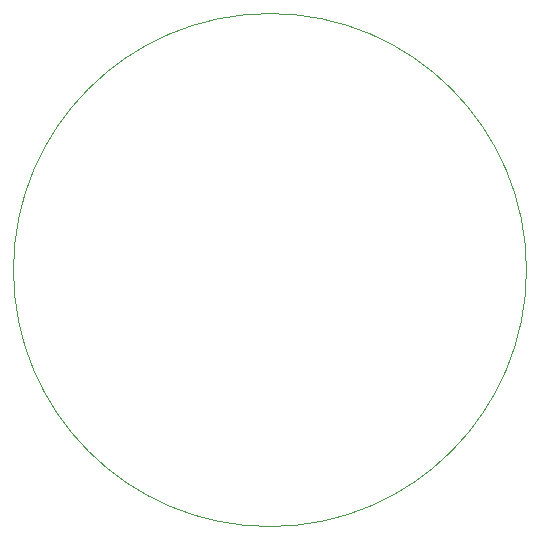
<source format=gbr>
G04 (created by PCBNEW (2013-09-20 BZR 4325)-product) date Sat 21 Sep 2013 04:31:50 AM CEST*
%MOIN*%
G04 Gerber Fmt 3.4, Leading zero omitted, Abs format*
%FSLAX34Y34*%
G01*
G70*
G90*
G04 APERTURE LIST*
%ADD10C,0.005906*%
%ADD11C,0.003937*%
G04 APERTURE END LIST*
G54D10*
G54D11*
X32750Y-19300D02*
G75*
G03X24200Y-27850I0J-8550D01*
G74*
G01*
X24200Y-27850D02*
G75*
G03X32750Y-36400I8550J0D01*
G74*
G01*
X32750Y-36400D02*
G75*
G03X41300Y-27850I0J8550D01*
G74*
G01*
X41300Y-27850D02*
G75*
G03X32750Y-19300I-8550J0D01*
G74*
G01*
M02*

</source>
